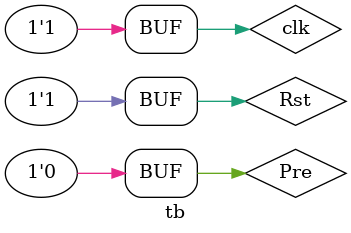
<source format=v>
module tb();

reg clk,Pre,Rst;
wire Q;

freq_devide u0(.clk(clk),.Pre(Pre),.Rst(Rst),.Q(Q));

always
begin
  clk=1'b0; 
  #5
  clk=1'b1; 
  #5;
end
initial
begin
Rst=1'b1;
Pre=1'b0;
#10;
end

endmodule
  
</source>
